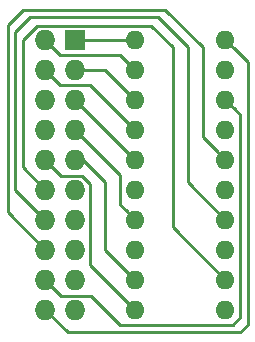
<source format=gbr>
G04 #@! TF.FileFunction,Copper,L1,Top,Signal*
%FSLAX46Y46*%
G04 Gerber Fmt 4.6, Leading zero omitted, Abs format (unit mm)*
G04 Created by KiCad (PCBNEW 4.0.2-stable) date 29.09.2016 11:58:04*
%MOMM*%
G01*
G04 APERTURE LIST*
%ADD10C,0.100000*%
%ADD11R,1.727200X1.727200*%
%ADD12O,1.727200X1.727200*%
%ADD13O,1.600000X1.600000*%
%ADD14C,0.250000*%
G04 APERTURE END LIST*
D10*
D11*
X144780000Y-104140000D03*
D12*
X142240000Y-104140000D03*
X144780000Y-106680000D03*
X142240000Y-106680000D03*
X144780000Y-109220000D03*
X142240000Y-109220000D03*
X144780000Y-111760000D03*
X142240000Y-111760000D03*
X144780000Y-114300000D03*
X142240000Y-114300000D03*
X144780000Y-116840000D03*
X142240000Y-116840000D03*
X144780000Y-119380000D03*
X142240000Y-119380000D03*
X144780000Y-121920000D03*
X142240000Y-121920000D03*
X144780000Y-124460000D03*
X142240000Y-124460000D03*
X144780000Y-127000000D03*
X142240000Y-127000000D03*
D13*
X149860000Y-104140000D03*
X149860000Y-106680000D03*
X149860000Y-109220000D03*
X149860000Y-111760000D03*
X149860000Y-114300000D03*
X149860000Y-116840000D03*
X149860000Y-119380000D03*
X149860000Y-121920000D03*
X149860000Y-124460000D03*
X149860000Y-127000000D03*
X157480000Y-127000000D03*
X157480000Y-124460000D03*
X157480000Y-121920000D03*
X157480000Y-119380000D03*
X157480000Y-116840000D03*
X157480000Y-114300000D03*
X157480000Y-111760000D03*
X157480000Y-109220000D03*
X157480000Y-106680000D03*
X157480000Y-104140000D03*
D14*
X144780000Y-104140000D02*
X149860000Y-104140000D01*
X142240000Y-104140000D02*
X143510000Y-105410000D01*
X143510000Y-105410000D02*
X148590000Y-105410000D01*
X148590000Y-105410000D02*
X149860000Y-106680000D01*
X144780000Y-106680000D02*
X147320000Y-106680000D01*
X147320000Y-106680000D02*
X149860000Y-109220000D01*
X146050000Y-107950000D02*
X149860000Y-111760000D01*
X143510000Y-107950000D02*
X146050000Y-107950000D01*
X142240000Y-106680000D02*
X143510000Y-107950000D01*
X144780000Y-109220000D02*
X144781410Y-109220000D01*
X144781410Y-109220000D02*
X149860000Y-114298590D01*
X149860000Y-114298590D02*
X149860000Y-114300000D01*
X144780000Y-111760000D02*
X145643599Y-112623599D01*
X145643599Y-112623599D02*
X145645009Y-112623599D01*
X145645009Y-112623599D02*
X148590000Y-115568590D01*
X148590000Y-115568590D02*
X148590000Y-118110000D01*
X148590000Y-118110000D02*
X149060001Y-118580001D01*
X149060001Y-118580001D02*
X149860000Y-119380000D01*
X144780000Y-114300000D02*
X145415000Y-114300000D01*
X145415000Y-114300000D02*
X147320000Y-116205000D01*
X147320000Y-116205000D02*
X147320000Y-121920000D01*
X147320000Y-121920000D02*
X149860000Y-124460000D01*
X142240000Y-114300000D02*
X143591399Y-115651399D01*
X143591399Y-115651399D02*
X145350529Y-115651399D01*
X145350529Y-115651399D02*
X146050000Y-116350870D01*
X146050000Y-116350870D02*
X146050000Y-123190000D01*
X146050000Y-123190000D02*
X149860000Y-127000000D01*
X142240000Y-116840000D02*
X140335000Y-114935000D01*
X140335000Y-114935000D02*
X140335000Y-104140000D01*
X140335000Y-104140000D02*
X141523601Y-102951399D01*
X153035000Y-120015000D02*
X157480000Y-124460000D01*
X141523601Y-102951399D02*
X151211399Y-102951399D01*
X151211399Y-102951399D02*
X153035000Y-104775000D01*
X153035000Y-104775000D02*
X153035000Y-120015000D01*
X142240000Y-119380000D02*
X139700000Y-116840000D01*
X139700000Y-116840000D02*
X139700000Y-103505000D01*
X139700000Y-103505000D02*
X140970000Y-102235000D01*
X140970000Y-102235000D02*
X151765000Y-102235000D01*
X151765000Y-102235000D02*
X154305000Y-104775000D01*
X154305000Y-104775000D02*
X154305000Y-116205000D01*
X154305000Y-116205000D02*
X157480000Y-119380000D01*
X142240000Y-121920000D02*
X139065000Y-118745000D01*
X155575000Y-104775000D02*
X155575000Y-112395000D01*
X139065000Y-118745000D02*
X139065000Y-102870000D01*
X139065000Y-102870000D02*
X140335000Y-101600000D01*
X140335000Y-101600000D02*
X152400000Y-101600000D01*
X152400000Y-101600000D02*
X155575000Y-104775000D01*
X156680001Y-113500001D02*
X157480000Y-114300000D01*
X155575000Y-112395000D02*
X156680001Y-113500001D01*
X142240000Y-124460000D02*
X143591399Y-125811399D01*
X158750000Y-127635000D02*
X158750000Y-110490000D01*
X143591399Y-125811399D02*
X146131399Y-125811399D01*
X146131399Y-125811399D02*
X148590000Y-128270000D01*
X148590000Y-128270000D02*
X158115000Y-128270000D01*
X158115000Y-128270000D02*
X158750000Y-127635000D01*
X158750000Y-110490000D02*
X158279999Y-110019999D01*
X158279999Y-110019999D02*
X157480000Y-109220000D01*
X142240000Y-127000000D02*
X144145000Y-128905000D01*
X144145000Y-128905000D02*
X158750000Y-128905000D01*
X159385000Y-128270000D02*
X159385000Y-106045000D01*
X158750000Y-128905000D02*
X159385000Y-128270000D01*
X159385000Y-106045000D02*
X158279999Y-104939999D01*
X158279999Y-104939999D02*
X157480000Y-104140000D01*
M02*

</source>
